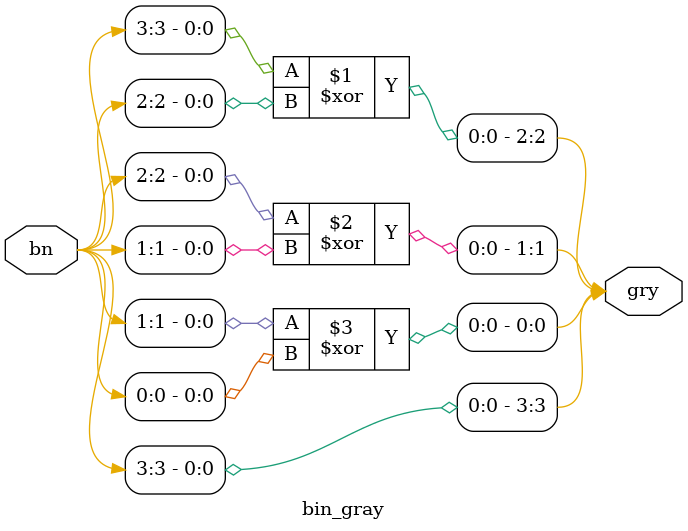
<source format=v>
`timescale 1ns / 1ps

//By Vedant A Sontake(B20EE095)
//lab-2 Work:1a-Write a program to implement binary gray converter

module bin_gray(bn,gry);
input [3:0]bn;
output [3:0]gry;

assign gry[3]=bn[3];
assign gry[2]=bn[3]^bn[2];
assign gry[1]=bn[2]^bn[1];
assign gry[0]=bn[1]^bn[0];
endmodule

</source>
